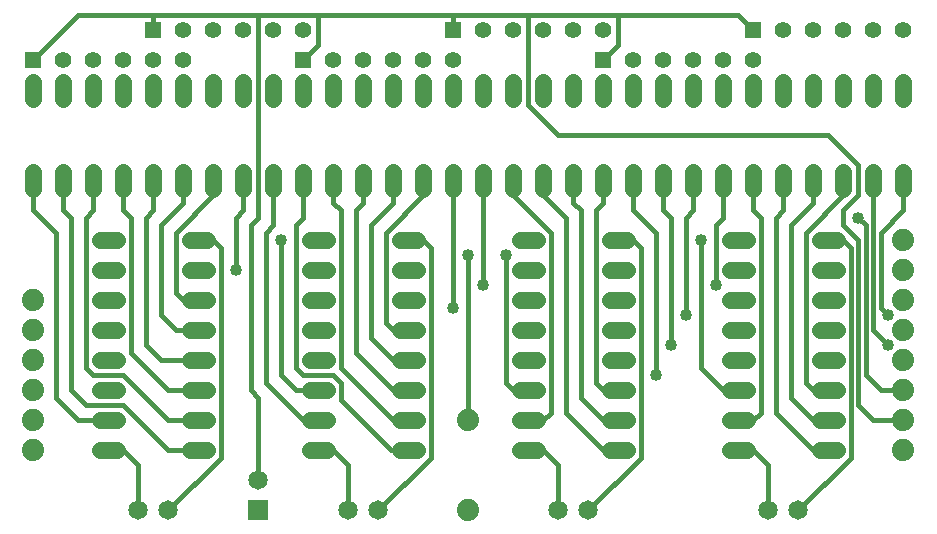
<source format=gbr>
G04 EAGLE Gerber RS-274X export*
G75*
%MOMM*%
%FSLAX34Y34*%
%LPD*%
%INTop Copper*%
%IPPOS*%
%AMOC8*
5,1,8,0,0,1.08239X$1,22.5*%
G01*
%ADD10C,1.422400*%
%ADD11C,1.651000*%
%ADD12C,1.879600*%
%ADD13R,1.651000X1.651000*%
%ADD14R,1.409600X1.409600*%
%ADD15C,1.409600*%
%ADD16C,0.406400*%
%ADD17C,1.016000*%


D10*
X159512Y76200D02*
X145288Y76200D01*
X145288Y101600D02*
X159512Y101600D01*
X159512Y127000D02*
X145288Y127000D01*
X145288Y152400D02*
X159512Y152400D01*
X159512Y177800D02*
X145288Y177800D01*
X145288Y203200D02*
X159512Y203200D01*
X159512Y228600D02*
X145288Y228600D01*
X145288Y254000D02*
X159512Y254000D01*
X83312Y254000D02*
X69088Y254000D01*
X69088Y228600D02*
X83312Y228600D01*
X83312Y203200D02*
X69088Y203200D01*
X69088Y177800D02*
X83312Y177800D01*
X83312Y152400D02*
X69088Y152400D01*
X69088Y127000D02*
X83312Y127000D01*
X83312Y101600D02*
X69088Y101600D01*
X69088Y76200D02*
X83312Y76200D01*
X323088Y76200D02*
X337312Y76200D01*
X337312Y101600D02*
X323088Y101600D01*
X323088Y127000D02*
X337312Y127000D01*
X337312Y152400D02*
X323088Y152400D01*
X323088Y177800D02*
X337312Y177800D01*
X337312Y203200D02*
X323088Y203200D01*
X323088Y228600D02*
X337312Y228600D01*
X337312Y254000D02*
X323088Y254000D01*
X261112Y254000D02*
X246888Y254000D01*
X246888Y228600D02*
X261112Y228600D01*
X261112Y203200D02*
X246888Y203200D01*
X246888Y177800D02*
X261112Y177800D01*
X261112Y152400D02*
X246888Y152400D01*
X246888Y127000D02*
X261112Y127000D01*
X261112Y101600D02*
X246888Y101600D01*
X246888Y76200D02*
X261112Y76200D01*
X500888Y76200D02*
X515112Y76200D01*
X515112Y101600D02*
X500888Y101600D01*
X500888Y127000D02*
X515112Y127000D01*
X515112Y152400D02*
X500888Y152400D01*
X500888Y177800D02*
X515112Y177800D01*
X515112Y203200D02*
X500888Y203200D01*
X500888Y228600D02*
X515112Y228600D01*
X515112Y254000D02*
X500888Y254000D01*
X438912Y254000D02*
X424688Y254000D01*
X424688Y228600D02*
X438912Y228600D01*
X438912Y203200D02*
X424688Y203200D01*
X424688Y177800D02*
X438912Y177800D01*
X438912Y152400D02*
X424688Y152400D01*
X424688Y127000D02*
X438912Y127000D01*
X438912Y101600D02*
X424688Y101600D01*
X424688Y76200D02*
X438912Y76200D01*
X678688Y76200D02*
X692912Y76200D01*
X692912Y101600D02*
X678688Y101600D01*
X678688Y127000D02*
X692912Y127000D01*
X692912Y152400D02*
X678688Y152400D01*
X678688Y177800D02*
X692912Y177800D01*
X692912Y203200D02*
X678688Y203200D01*
X678688Y228600D02*
X692912Y228600D01*
X692912Y254000D02*
X678688Y254000D01*
X616712Y254000D02*
X602488Y254000D01*
X602488Y228600D02*
X616712Y228600D01*
X616712Y203200D02*
X602488Y203200D01*
X602488Y177800D02*
X616712Y177800D01*
X616712Y152400D02*
X602488Y152400D01*
X602488Y127000D02*
X616712Y127000D01*
X616712Y101600D02*
X602488Y101600D01*
X602488Y76200D02*
X616712Y76200D01*
D11*
X101600Y25400D03*
X127000Y25400D03*
X279400Y25400D03*
X304800Y25400D03*
X457200Y25400D03*
X482600Y25400D03*
X635000Y25400D03*
X660400Y25400D03*
D12*
X12700Y76200D03*
X12700Y101600D03*
X12700Y127000D03*
X12700Y152400D03*
X12700Y177800D03*
X12700Y203200D03*
X381000Y25400D03*
X381000Y101600D03*
D13*
X203200Y25400D03*
D11*
X203200Y50800D03*
D14*
X12700Y406400D03*
D15*
X38100Y406400D03*
X63500Y406400D03*
X88900Y406400D03*
X114300Y406400D03*
X139700Y406400D03*
D14*
X114300Y431800D03*
D15*
X139700Y431800D03*
X165100Y431800D03*
X190500Y431800D03*
X215900Y431800D03*
X241300Y431800D03*
D14*
X241300Y406400D03*
D15*
X266700Y406400D03*
X292100Y406400D03*
X317500Y406400D03*
X342900Y406400D03*
X368300Y406400D03*
D14*
X368300Y431800D03*
D15*
X393700Y431800D03*
X419100Y431800D03*
X444500Y431800D03*
X469900Y431800D03*
X495300Y431800D03*
D14*
X495300Y406400D03*
D15*
X520700Y406400D03*
X546100Y406400D03*
X571500Y406400D03*
X596900Y406400D03*
X622300Y406400D03*
D14*
X622300Y431800D03*
D15*
X647700Y431800D03*
X673100Y431800D03*
X698500Y431800D03*
X723900Y431800D03*
X749300Y431800D03*
D12*
X749300Y76200D03*
X749300Y101600D03*
X749300Y127000D03*
X749300Y152400D03*
X749300Y177800D03*
X749300Y203200D03*
X749300Y228600D03*
X749300Y254000D03*
D10*
X12700Y297688D02*
X12700Y311912D01*
X38100Y311912D02*
X38100Y297688D01*
X165100Y297688D02*
X165100Y311912D01*
X190500Y311912D02*
X190500Y297688D01*
X63500Y297688D02*
X63500Y311912D01*
X88900Y311912D02*
X88900Y297688D01*
X139700Y297688D02*
X139700Y311912D01*
X114300Y311912D02*
X114300Y297688D01*
X215900Y297688D02*
X215900Y311912D01*
X241300Y311912D02*
X241300Y297688D01*
X241300Y373888D02*
X241300Y388112D01*
X215900Y388112D02*
X215900Y373888D01*
X190500Y373888D02*
X190500Y388112D01*
X165100Y388112D02*
X165100Y373888D01*
X139700Y373888D02*
X139700Y388112D01*
X114300Y388112D02*
X114300Y373888D01*
X88900Y373888D02*
X88900Y388112D01*
X63500Y388112D02*
X63500Y373888D01*
X38100Y373888D02*
X38100Y388112D01*
X12700Y388112D02*
X12700Y373888D01*
X266700Y311912D02*
X266700Y297688D01*
X292100Y297688D02*
X292100Y311912D01*
X419100Y311912D02*
X419100Y297688D01*
X444500Y297688D02*
X444500Y311912D01*
X317500Y311912D02*
X317500Y297688D01*
X342900Y297688D02*
X342900Y311912D01*
X393700Y311912D02*
X393700Y297688D01*
X368300Y297688D02*
X368300Y311912D01*
X469900Y311912D02*
X469900Y297688D01*
X495300Y297688D02*
X495300Y311912D01*
X495300Y373888D02*
X495300Y388112D01*
X469900Y388112D02*
X469900Y373888D01*
X444500Y373888D02*
X444500Y388112D01*
X419100Y388112D02*
X419100Y373888D01*
X393700Y373888D02*
X393700Y388112D01*
X368300Y388112D02*
X368300Y373888D01*
X342900Y373888D02*
X342900Y388112D01*
X317500Y388112D02*
X317500Y373888D01*
X292100Y373888D02*
X292100Y388112D01*
X266700Y388112D02*
X266700Y373888D01*
X520700Y311912D02*
X520700Y297688D01*
X546100Y297688D02*
X546100Y311912D01*
X673100Y311912D02*
X673100Y297688D01*
X698500Y297688D02*
X698500Y311912D01*
X571500Y311912D02*
X571500Y297688D01*
X596900Y297688D02*
X596900Y311912D01*
X647700Y311912D02*
X647700Y297688D01*
X622300Y297688D02*
X622300Y311912D01*
X723900Y311912D02*
X723900Y297688D01*
X749300Y297688D02*
X749300Y311912D01*
X749300Y373888D02*
X749300Y388112D01*
X723900Y388112D02*
X723900Y373888D01*
X698500Y373888D02*
X698500Y388112D01*
X673100Y388112D02*
X673100Y373888D01*
X647700Y373888D02*
X647700Y388112D01*
X622300Y388112D02*
X622300Y373888D01*
X596900Y373888D02*
X596900Y388112D01*
X571500Y388112D02*
X571500Y373888D01*
X546100Y373888D02*
X546100Y388112D01*
X520700Y388112D02*
X520700Y373888D01*
D16*
X12700Y304800D02*
X12700Y279400D01*
X31750Y260350D01*
X31750Y120650D01*
X50800Y101600D01*
X76200Y101600D01*
X127000Y76200D02*
X152400Y76200D01*
X127000Y76200D02*
X88900Y114300D01*
X57150Y114300D01*
X44450Y127000D01*
X44450Y273050D01*
X38100Y279400D01*
X38100Y304800D01*
X63500Y304800D02*
X63500Y279400D01*
X57150Y273050D01*
X57150Y146050D01*
X63500Y139700D01*
X88900Y139700D01*
X127000Y101600D01*
X152400Y101600D01*
X152400Y127000D02*
X127000Y127000D01*
X95250Y158750D01*
X95250Y273050D01*
X88900Y279400D01*
X88900Y304800D01*
X114300Y304800D02*
X114300Y279400D01*
X107950Y273050D01*
X107950Y165100D01*
X120650Y152400D01*
X152400Y152400D01*
X152400Y177800D02*
X133350Y177800D01*
X120650Y190500D01*
X120650Y266700D01*
X139700Y285750D01*
X139700Y304800D01*
X165100Y304800D02*
X165100Y292100D01*
X133350Y260350D01*
X133350Y209550D01*
X139700Y203200D01*
X152400Y203200D01*
X184150Y228600D02*
X184150Y273050D01*
X190500Y279400D01*
X190500Y304800D01*
D17*
X184150Y228600D03*
D16*
X241300Y273050D02*
X241300Y304800D01*
X241300Y273050D02*
X234950Y266700D01*
X234950Y146050D01*
X241300Y139700D01*
X266700Y139700D01*
X273050Y133350D01*
X273050Y118471D01*
X315321Y76200D01*
X330200Y76200D01*
X330200Y101600D02*
X317500Y101600D01*
X273050Y146050D01*
X273050Y279400D01*
X266700Y285750D01*
X266700Y304800D01*
X292100Y304800D02*
X292100Y285750D01*
X285750Y279400D01*
X285750Y158750D01*
X317500Y127000D01*
X330200Y127000D01*
X317500Y285750D02*
X317500Y304800D01*
X317500Y285750D02*
X298450Y266700D01*
X298450Y171450D01*
X317500Y152400D01*
X330200Y152400D01*
X342900Y292100D02*
X342900Y304800D01*
X342900Y292100D02*
X311150Y260350D01*
X311150Y184150D01*
X317500Y177800D01*
X330200Y177800D01*
X368300Y196850D02*
X368300Y304800D01*
D17*
X368300Y196850D03*
D16*
X393700Y215900D02*
X393700Y304800D01*
D17*
X393700Y215900D03*
D16*
X647700Y279400D02*
X647700Y304800D01*
X647700Y279400D02*
X641350Y273050D01*
X641350Y107950D01*
X673100Y76200D01*
X685800Y76200D01*
X101600Y63500D02*
X101600Y25400D01*
X101600Y63500D02*
X88900Y76200D01*
X76200Y76200D01*
X279400Y63500D02*
X279400Y25400D01*
X279400Y63500D02*
X266700Y76200D01*
X254000Y76200D01*
X457200Y63500D02*
X457200Y25400D01*
X457200Y63500D02*
X444500Y76200D01*
X431800Y76200D01*
X635000Y63500D02*
X635000Y25400D01*
X635000Y63500D02*
X622300Y76200D01*
X609600Y76200D01*
X723900Y292100D02*
X723900Y304800D01*
X723900Y273050D02*
X723900Y177800D01*
X723900Y273050D02*
X723900Y292100D01*
X723900Y177800D02*
X736600Y165100D01*
D17*
X736600Y165100D03*
D16*
X165100Y254000D02*
X152400Y254000D01*
X165100Y254000D02*
X171450Y247650D01*
X171450Y69850D01*
X127000Y25400D01*
X330200Y254000D02*
X342900Y254000D01*
X349250Y247650D01*
X349250Y69850D01*
X304800Y25400D01*
X508000Y254000D02*
X520700Y254000D01*
X527050Y247650D01*
X527050Y69850D01*
X482600Y25400D01*
X685800Y254000D02*
X698500Y254000D01*
X704850Y247650D01*
X704850Y69850D01*
X660400Y25400D01*
X203200Y50800D02*
X203200Y120650D01*
X196850Y127000D01*
X196850Y266700D01*
X203200Y273050D01*
X203200Y342900D01*
X50800Y444500D02*
X12700Y406400D01*
X50800Y444500D02*
X114300Y444500D01*
X203200Y444500D01*
X254000Y444500D01*
X368300Y444500D01*
X431800Y444500D01*
X508000Y444500D01*
X609600Y444500D01*
X622300Y431800D01*
X114300Y431800D02*
X114300Y444500D01*
X241300Y406400D02*
X254000Y419100D01*
X254000Y444500D01*
X368300Y444500D02*
X368300Y431800D01*
X495300Y406400D02*
X508000Y419100D01*
X508000Y444500D01*
X203200Y444500D02*
X203200Y342900D01*
X660400Y342900D02*
X685800Y342900D01*
X711200Y317500D01*
X711200Y292100D01*
X698500Y279400D01*
X698500Y266700D01*
X711200Y254000D01*
X711200Y114300D01*
X723900Y101600D01*
X749300Y101600D01*
X660400Y342900D02*
X457200Y342900D01*
X431800Y368300D01*
X431800Y444500D01*
X222250Y254000D02*
X222250Y139700D01*
X234950Y127000D01*
X254000Y127000D01*
D17*
X222250Y254000D03*
D16*
X412750Y241300D02*
X412750Y133350D01*
X419100Y127000D01*
X431800Y127000D01*
D17*
X412750Y241300D03*
D16*
X577850Y254000D02*
X577850Y146050D01*
X596900Y127000D01*
X609600Y127000D01*
D17*
X577850Y254000D03*
D16*
X730250Y127000D02*
X749300Y127000D01*
X730250Y127000D02*
X717550Y139700D01*
X717550Y266700D01*
X711200Y273050D01*
D17*
X711200Y273050D03*
D16*
X215900Y266700D02*
X215900Y304800D01*
X215900Y266700D02*
X209550Y260350D01*
X209550Y133350D01*
X241300Y101600D01*
X254000Y101600D01*
X609600Y101600D02*
X622300Y101600D01*
X628650Y107950D01*
X628650Y273050D01*
X622300Y279400D01*
X622300Y304800D01*
X673100Y101600D02*
X685800Y101600D01*
X673100Y101600D02*
X654050Y120650D01*
X654050Y266700D01*
X673100Y285750D01*
X673100Y304800D01*
X698500Y304800D02*
X698500Y292100D01*
X666750Y260350D01*
X666750Y133350D01*
X673100Y127000D01*
X685800Y127000D01*
X749300Y279400D02*
X749300Y304800D01*
X749300Y279400D02*
X730250Y260350D01*
X730250Y196850D01*
X736600Y190500D01*
D17*
X736600Y190500D03*
D16*
X419100Y292100D02*
X419100Y304800D01*
X419100Y292100D02*
X450850Y260350D01*
X450850Y234950D01*
X450850Y228600D01*
X450850Y107950D01*
X444500Y101600D01*
X431800Y101600D01*
X495300Y76200D02*
X508000Y76200D01*
X495300Y76200D02*
X463550Y107950D01*
X463550Y273050D01*
X444500Y292100D01*
X444500Y304800D01*
X469900Y304800D02*
X469900Y285750D01*
X476250Y279400D01*
X476250Y120650D01*
X495300Y101600D01*
X508000Y101600D01*
X508000Y127000D02*
X495300Y127000D01*
X488950Y133350D01*
X488950Y279400D01*
X495300Y285750D01*
X495300Y304800D01*
X520700Y304800D02*
X520700Y279400D01*
X539750Y260350D01*
X539750Y139700D01*
D17*
X539750Y139700D03*
D16*
X546100Y279400D02*
X546100Y304800D01*
X546100Y279400D02*
X552450Y273050D01*
X552450Y165100D01*
D17*
X552450Y165100D03*
D16*
X571500Y279400D02*
X571500Y304800D01*
X571500Y279400D02*
X565150Y273050D01*
X565150Y190500D01*
D17*
X565150Y190500D03*
D16*
X596900Y273050D02*
X596900Y304800D01*
X596900Y273050D02*
X590550Y266700D01*
X590550Y215900D01*
D17*
X590550Y215900D03*
D16*
X381000Y241300D02*
X381000Y101600D01*
D17*
X381000Y241300D03*
M02*

</source>
